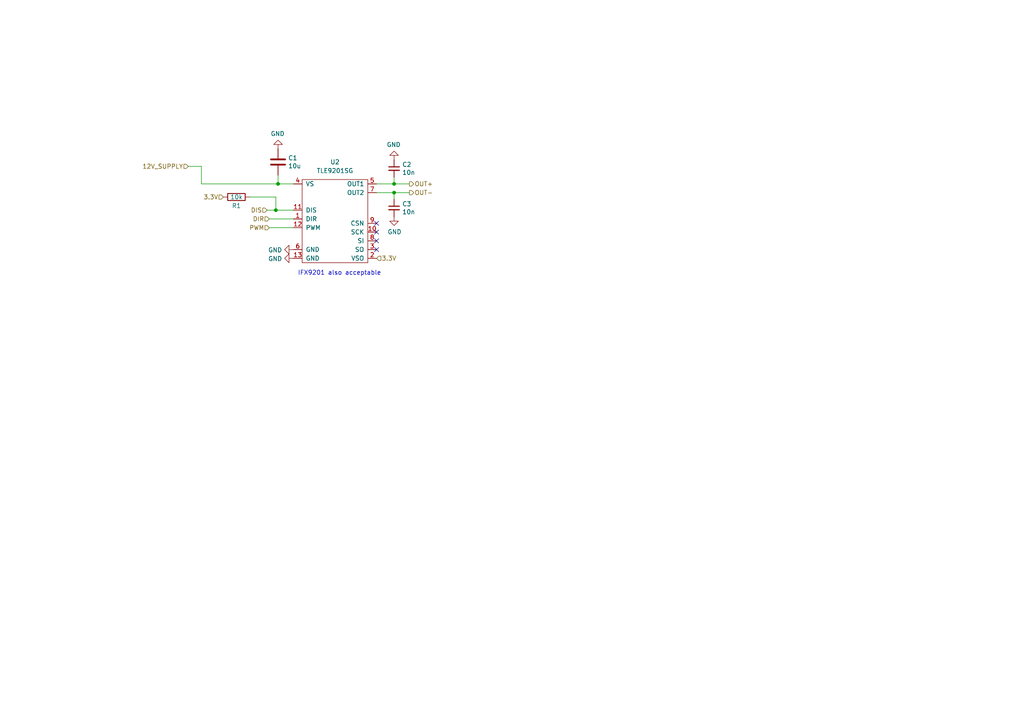
<source format=kicad_sch>
(kicad_sch (version 20211123) (generator eeschema)
  (paper "A4")
  (lib_symbols
    (symbol "Device:C" (pin_numbers hide) (pin_names (offset 0.254))
      (property "Reference" "C" (at 0.635 2.54 0))
      (property "Value" "C" (at 0.635 -2.54 0))
      (symbol "C_0_1"
        (polyline (pts (xy -2.032 -0.762) (xy 2.032 -0.762)) (stroke (width 0.508)))
        (polyline (pts (xy -2.032 0.762) (xy 2.032 0.762)) (stroke (width 0.508)))
      )
      (symbol "C_1_1"
        (pin passive line (at 0 3.81 270) (length 2.794) (name "~") (number "1"))
        (pin passive line (at 0 -3.81 90) (length 2.794) (name "~") (number "2"))
      )
    )
    (symbol "Device:C_Small" (pin_numbers hide) (pin_names (offset 0.254) hide)
      (property "Reference" "C" (at 0.254 1.778 0))
      (property "Value" "C_Small" (at 0.254 -2.032 0))
      (symbol "C_Small_0_1"
        (polyline (pts (xy -1.524 -0.508) (xy 1.524 -0.508)) (stroke (width 0.3302)))
        (polyline (pts (xy -1.524 0.508) (xy 1.524 0.508)) (stroke (width 0.3048)))
      )
      (symbol "C_Small_1_1"
        (pin passive line (at 0 2.54 270) (length 2.032) (name "~") (number "1"))
        (pin passive line (at 0 -2.54 90) (length 2.032) (name "~") (number "2"))
      )
    )
    (symbol "Device:R" (pin_numbers hide) (pin_names (offset 0))
      (property "Reference" "R" (at 2.032 0 90))
      (property "Value" "R" (at 0 0 90))
      (symbol "R_0_1"
        (rectangle (start -1.016 -2.54) (end 1.016 2.54) (stroke (width 0.254)))
      )
      (symbol "R_1_1"
        (pin passive line (at 0 3.81 270) (length 1.27) (name "~") (number "1"))
        (pin passive line (at 0 -3.81 90) (length 1.27) (name "~") (number "2"))
      )
    )
    (symbol "Simon:TLE9201SG" (pin_names (offset 1.016))
      (property "Reference" "U11" (at -0.635 15.875 0))
      (property "Value" "TLE9201SG" (at -0.635 13.5636 0))
      (symbol "TLE9201SG_0_1"
        (rectangle (start -10.16 11.43) (end 8.89 -12.7))
      )
      (symbol "TLE9201SG_1_1"
        (pin input line (at -12.7 0 0) (length 2.54) (name "DIR") (number "1"))
        (pin input line (at 11.43 -3.81 180) (length 2.54) (name "SCK") (number "10"))
        (pin input line (at -12.7 2.54 0) (length 2.54) (name "DIS") (number "11"))
        (pin input line (at -12.7 -2.54 0) (length 2.54) (name "PWM") (number "12"))
        (pin power_in line (at -12.7 -11.43 0) (length 2.54) (name "GND") (number "13"))
        (pin power_in line (at 11.43 -11.43 180) (length 2.54) (name "VSO") (number "2"))
        (pin output line (at 11.43 -8.89 180) (length 2.54) (name "SO") (number "3"))
        (pin power_in line (at -12.7 10.16 0) (length 2.54) (name "VS") (number "4"))
        (pin power_out line (at 11.43 10.16 180) (length 2.54) (name "OUT1") (number "5"))
        (pin power_in line (at -12.7 -8.89 0) (length 2.54) (name "GND") (number "6"))
        (pin power_out line (at 11.43 7.62 180) (length 2.54) (name "OUT2") (number "7"))
        (pin input line (at 11.43 -6.35 180) (length 2.54) (name "SI") (number "8"))
        (pin input line (at 11.43 -1.27 180) (length 2.54) (name "CSN") (number "9"))
      )
    )
    (symbol "power:GND" (power) (pin_names (offset 0))
      (property "Value" "GND" (at 0 -3.81 0))
      (symbol "GND_0_1"
        (polyline (pts (xy 0 0) (xy 0 -1.27) (xy 1.27 -1.27) (xy 0 -2.54) (xy -1.27 -1.27) (xy 0 -1.27)))
      )
      (symbol "GND_1_1"
        (pin power_in line (at 0 0 270) (length 0) hide (name "GND") (number "1"))
      )
    )
  )
  (junction (at 80.645 53.34))
  (junction (at 114.3 55.88))
  (junction (at 114.3 53.34))
  (junction (at 80.01 60.96))
  (no_connect (at 109.22 72.39))
  (no_connect (at 109.22 64.77))
  (no_connect (at 109.22 69.85))
  (no_connect (at 109.22 67.31))
  (wire (pts (xy 118.745 55.88) (xy 114.3 55.88)))
  (wire (pts (xy 54.61 48.26) (xy 58.42 48.26)))
  (wire (pts (xy 58.42 48.26) (xy 58.42 53.34)))
  (wire (pts (xy 80.01 60.96) (xy 85.09 60.96)))
  (wire (pts (xy 114.3 53.34) (xy 114.3 51.435)))
  (wire (pts (xy 109.22 53.34) (xy 114.3 53.34)))
  (wire (pts (xy 109.22 55.88) (xy 114.3 55.88)))
  (wire (pts (xy 77.47 60.96) (xy 80.01 60.96)))
  (wire (pts (xy 80.01 57.15) (xy 80.01 60.96)))
  (wire (pts (xy 80.645 53.34) (xy 85.09 53.34)))
  (wire (pts (xy 114.3 57.785) (xy 114.3 55.88)))
  (wire (pts (xy 58.42 53.34) (xy 80.645 53.34)))
  (wire (pts (xy 78.105 66.04) (xy 85.09 66.04)))
  (wire (pts (xy 80.645 50.8) (xy 80.645 53.34)))
  (wire (pts (xy 114.3 53.34) (xy 118.745 53.34)))
  (wire (pts (xy 78.105 63.5) (xy 85.09 63.5)))
  (wire (pts (xy 72.39 57.15) (xy 80.01 57.15)))
  (text "IFX9201 also acceptable" (at 86.36 80.01 0) (effects (font (size 1.27 1.27)) (justify left bottom)))
  (hierarchical_label "3.3V" (shape input) (at 64.77 57.15 180))
  (hierarchical_label "OUT+" (shape output) (at 118.745 53.34 0))
  (hierarchical_label "PWM" (shape input) (at 78.105 66.04 180))
  (hierarchical_label "3.3V" (shape input) (at 109.22 74.93 0))
  (hierarchical_label "DIR" (shape input) (at 78.105 63.5 180))
  (hierarchical_label "12V_SUPPLY" (shape input) (at 54.61 48.26 180))
  (hierarchical_label "DIS" (shape input) (at 77.47 60.96 180))
  (hierarchical_label "OUT-" (shape output) (at 118.745 55.88 0))
  (symbol (lib_id "Device:R") (at 68.58 57.15 270)
    (property "Reference" "R1" (at 68.58 59.69 90))
    (property "Value" "10k" (at 68.58 57.15 90))
    (property "Footprint" "Resistor_SMD:R_0402_1005Metric" (effects hide))
    (property "LCSC" "C25744" (effects hide))
    (property "LCSC_ext" "0" (effects hide))
  )
  (symbol (lib_id "power:GND") (at 85.09 74.93 270)
    (property "Reference" "#PWR051" (effects hide))
    (property "Value" "GND" (at 81.8388 75.057 90) (effects (justify right)))
  )
  (symbol (lib_id "power:GND") (at 85.09 72.39 270)
    (property "Reference" "#PWR050" (effects hide))
    (property "Value" "GND" (at 81.8388 72.517 90) (effects (justify right)))
  )
  (symbol (lib_id "power:GND") (at 114.3 62.865 0)
    (property "Reference" "#PWR053" (effects hide))
    (property "Value" "GND" (at 114.427 67.2592 0))
  )
  (symbol (lib_id "power:GND") (at 114.3 46.355 180)
    (property "Reference" "#PWR052" (effects hide))
    (property "Value" "GND" (at 114.173 41.9608 0))
  )
  (symbol (lib_id "Simon:TLE9201SG") (at 97.79 63.5 0)
    (property "Reference" "U2" (at 97.155 46.99 0))
    (property "Value" "TLE9201SG" (at 97.155 49.53 0))
    (property "Footprint" "Package_SO:Infineon_PG-DSO-12-9" (effects hide))
    (property "PN" "TLE9201SG" (effects hide))
    (property "LCSC" "C112633" (effects hide))
    (property "LCSC_ext" "1" (effects hide))
    (property "possible_not_ext" "1" (effects hide))
  )
  (symbol (lib_id "Device:C_Small") (at 114.3 60.325 0)
    (property "Reference" "C3" (at 116.6368 59.1566 0) (effects (justify left)))
    (property "Value" "10n" (at 116.6368 61.468 0) (effects (justify left)))
    (property "Footprint" "Capacitor_SMD:C_0603_1608Metric" (effects hide))
    (property "LCSC" "C57112" (effects hide))
    (property "LCSC_ext" "0" (effects hide))
  )
  (symbol (lib_id "Device:C") (at 80.645 46.99 0)
    (property "Reference" "C1" (at 83.566 45.8216 0) (effects (justify left)))
    (property "Value" "10u" (at 83.566 48.133 0) (effects (justify left)))
    (property "Footprint" "Capacitor_SMD:C_1206_3216Metric" (effects hide))
    (property "LCSC" "C13585" (effects hide))
    (property "LCSC_ext" "0" (effects hide))
  )
  (symbol (lib_id "Device:C_Small") (at 114.3 48.895 0)
    (property "Reference" "C2" (at 116.6368 47.7266 0) (effects (justify left)))
    (property "Value" "10n" (at 116.6368 50.038 0) (effects (justify left)))
    (property "Footprint" "Capacitor_SMD:C_0603_1608Metric" (effects hide))
    (property "LCSC" "C57112" (effects hide))
    (property "LCSC_ext" "0" (effects hide))
  )
  (symbol (lib_id "power:GND") (at 80.645 43.18 180)
    (property "Reference" "#PWR049" (effects hide))
    (property "Value" "GND" (at 80.518 38.7858 0))
  )
)
</source>
